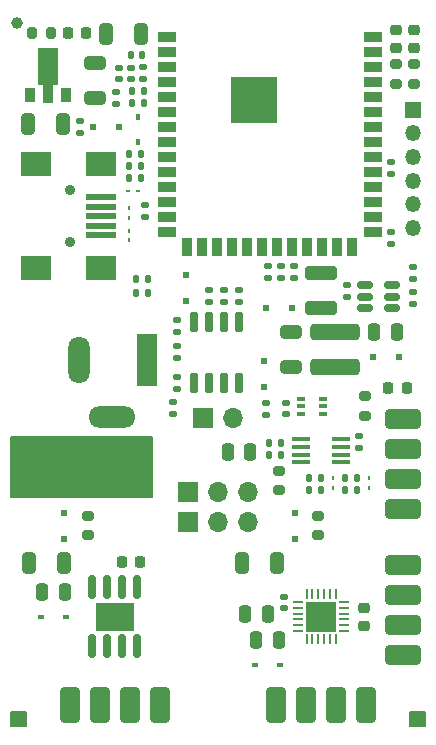
<source format=gbr>
%TF.GenerationSoftware,KiCad,Pcbnew,6.0.11-2627ca5db0~126~ubuntu22.04.1*%
%TF.CreationDate,2024-07-03T14:43:40+02:00*%
%TF.ProjectId,MCM-81339,4d434d2d-3831-4333-9339-2e6b69636164,rev?*%
%TF.SameCoordinates,Original*%
%TF.FileFunction,Soldermask,Top*%
%TF.FilePolarity,Negative*%
%FSLAX46Y46*%
G04 Gerber Fmt 4.6, Leading zero omitted, Abs format (unit mm)*
G04 Created by KiCad (PCBNEW 6.0.11-2627ca5db0~126~ubuntu22.04.1) date 2024-07-03 14:43:40*
%MOMM*%
%LPD*%
G01*
G04 APERTURE LIST*
G04 Aperture macros list*
%AMRoundRect*
0 Rectangle with rounded corners*
0 $1 Rounding radius*
0 $2 $3 $4 $5 $6 $7 $8 $9 X,Y pos of 4 corners*
0 Add a 4 corners polygon primitive as box body*
4,1,4,$2,$3,$4,$5,$6,$7,$8,$9,$2,$3,0*
0 Add four circle primitives for the rounded corners*
1,1,$1+$1,$2,$3*
1,1,$1+$1,$4,$5*
1,1,$1+$1,$6,$7*
1,1,$1+$1,$8,$9*
0 Add four rect primitives between the rounded corners*
20,1,$1+$1,$2,$3,$4,$5,0*
20,1,$1+$1,$4,$5,$6,$7,0*
20,1,$1+$1,$6,$7,$8,$9,0*
20,1,$1+$1,$8,$9,$2,$3,0*%
%AMFreePoly0*
4,1,9,3.862500,-0.866500,0.737500,-0.866500,0.737500,-0.450000,-0.737500,-0.450000,-0.737500,0.450000,0.737500,0.450000,0.737500,0.866500,3.862500,0.866500,3.862500,-0.866500,3.862500,-0.866500,$1*%
G04 Aperture macros list end*
%ADD10C,0.150000*%
%ADD11RoundRect,0.135000X-0.135000X-0.185000X0.135000X-0.185000X0.135000X0.185000X-0.135000X0.185000X0*%
%ADD12RoundRect,0.135000X0.135000X0.185000X-0.135000X0.185000X-0.135000X-0.185000X0.135000X-0.185000X0*%
%ADD13R,0.250000X0.360000*%
%ADD14RoundRect,0.140000X0.170000X-0.140000X0.170000X0.140000X-0.170000X0.140000X-0.170000X-0.140000X0*%
%ADD15RoundRect,0.150000X0.150000X-0.825000X0.150000X0.825000X-0.150000X0.825000X-0.150000X-0.825000X0*%
%ADD16R,3.300000X2.410000*%
%ADD17R,0.450000X0.600000*%
%ADD18RoundRect,0.135000X-0.185000X0.135000X-0.185000X-0.135000X0.185000X-0.135000X0.185000X0.135000X0*%
%ADD19RoundRect,0.250000X0.325000X0.650000X-0.325000X0.650000X-0.325000X-0.650000X0.325000X-0.650000X0*%
%ADD20RoundRect,0.200000X-0.275000X0.200000X-0.275000X-0.200000X0.275000X-0.200000X0.275000X0.200000X0*%
%ADD21R,0.600000X0.450000*%
%ADD22RoundRect,0.250000X0.250000X0.475000X-0.250000X0.475000X-0.250000X-0.475000X0.250000X-0.475000X0*%
%ADD23RoundRect,0.218750X-0.256250X0.218750X-0.256250X-0.218750X0.256250X-0.218750X0.256250X0.218750X0*%
%ADD24RoundRect,0.218750X0.218750X0.256250X-0.218750X0.256250X-0.218750X-0.256250X0.218750X-0.256250X0*%
%ADD25RoundRect,0.425000X-1.125000X-0.425000X1.125000X-0.425000X1.125000X0.425000X-1.125000X0.425000X0*%
%ADD26R,0.500000X0.500000*%
%ADD27R,1.700000X1.700000*%
%ADD28O,1.700000X1.700000*%
%ADD29R,1.350000X1.350000*%
%ADD30O,1.350000X1.350000*%
%ADD31RoundRect,0.140000X-0.140000X-0.170000X0.140000X-0.170000X0.140000X0.170000X-0.140000X0.170000X0*%
%ADD32RoundRect,0.250000X-0.250000X-0.475000X0.250000X-0.475000X0.250000X0.475000X-0.250000X0.475000X0*%
%ADD33C,1.000000*%
%ADD34RoundRect,0.140000X0.140000X0.170000X-0.140000X0.170000X-0.140000X-0.170000X0.140000X-0.170000X0*%
%ADD35R,0.900000X1.300000*%
%ADD36FreePoly0,90.000000*%
%ADD37RoundRect,0.135000X0.185000X-0.135000X0.185000X0.135000X-0.185000X0.135000X-0.185000X-0.135000X0*%
%ADD38RoundRect,0.200000X0.200000X0.275000X-0.200000X0.275000X-0.200000X-0.275000X0.200000X-0.275000X0*%
%ADD39C,1.200000*%
%ADD40R,1.500000X0.900000*%
%ADD41R,0.900000X1.500000*%
%ADD42R,4.000000X4.000000*%
%ADD43RoundRect,0.062500X0.062500X-0.350000X0.062500X0.350000X-0.062500X0.350000X-0.062500X-0.350000X0*%
%ADD44RoundRect,0.062500X0.350000X-0.062500X0.350000X0.062500X-0.350000X0.062500X-0.350000X-0.062500X0*%
%ADD45R,2.600000X2.600000*%
%ADD46RoundRect,0.425000X-0.425000X1.125000X-0.425000X-1.125000X0.425000X-1.125000X0.425000X1.125000X0*%
%ADD47RoundRect,0.150000X-0.150000X0.725000X-0.150000X-0.725000X0.150000X-0.725000X0.150000X0.725000X0*%
%ADD48RoundRect,0.225000X-0.225000X-0.250000X0.225000X-0.250000X0.225000X0.250000X-0.225000X0.250000X0*%
%ADD49C,0.900000*%
%ADD50R,2.500000X0.500000*%
%ADD51R,2.500000X2.000000*%
%ADD52R,0.360000X0.250000*%
%ADD53RoundRect,0.250000X0.650000X-0.325000X0.650000X0.325000X-0.650000X0.325000X-0.650000X-0.325000X0*%
%ADD54RoundRect,0.140000X-0.170000X0.140000X-0.170000X-0.140000X0.170000X-0.140000X0.170000X0.140000X0*%
%ADD55R,0.650000X0.400000*%
%ADD56RoundRect,0.225000X-0.250000X0.225000X-0.250000X-0.225000X0.250000X-0.225000X0.250000X0.225000X0*%
%ADD57RoundRect,0.350000X-1.750000X-0.350000X1.750000X-0.350000X1.750000X0.350000X-1.750000X0.350000X0*%
%ADD58RoundRect,0.150000X0.512500X0.150000X-0.512500X0.150000X-0.512500X-0.150000X0.512500X-0.150000X0*%
%ADD59R,1.600000X0.300000*%
%ADD60R,1.800000X4.400000*%
%ADD61O,1.800000X4.000000*%
%ADD62O,4.000000X1.800000*%
%ADD63RoundRect,0.250000X1.100000X-0.325000X1.100000X0.325000X-1.100000X0.325000X-1.100000X-0.325000X0*%
G04 APERTURE END LIST*
D10*
X61000000Y-103050000D02*
X62250000Y-103050000D01*
X62250000Y-103050000D02*
X62250000Y-104300000D01*
X62250000Y-104300000D02*
X61000000Y-104300000D01*
X61000000Y-104300000D02*
X61000000Y-103050000D01*
G36*
X61000000Y-103050000D02*
G01*
X62250000Y-103050000D01*
X62250000Y-104300000D01*
X61000000Y-104300000D01*
X61000000Y-103050000D01*
G37*
X94750000Y-103050000D02*
X96000000Y-103050000D01*
X96000000Y-103050000D02*
X96000000Y-104300000D01*
X96000000Y-104300000D02*
X94750000Y-104300000D01*
X94750000Y-104300000D02*
X94750000Y-103050000D01*
G36*
X94750000Y-103050000D02*
G01*
X96000000Y-103050000D01*
X96000000Y-104300000D01*
X94750000Y-104300000D01*
X94750000Y-103050000D01*
G37*
X61000000Y-79800000D02*
X72900000Y-79800000D01*
X72900000Y-79800000D02*
X72900000Y-84900000D01*
X72900000Y-84900000D02*
X61000000Y-84900000D01*
X61000000Y-84900000D02*
X61000000Y-79800000D01*
G36*
X61000000Y-79800000D02*
G01*
X72900000Y-79800000D01*
X72900000Y-84900000D01*
X61000000Y-84900000D01*
X61000000Y-79800000D01*
G37*
D11*
%TO.C,R30*%
X89240000Y-84300000D03*
X90260000Y-84300000D03*
%TD*%
%TO.C,R28*%
X86240000Y-84300000D03*
X87260000Y-84300000D03*
%TD*%
D12*
%TO.C,R16*%
X90260000Y-83250000D03*
X89240000Y-83250000D03*
%TD*%
%TO.C,R15*%
X87260000Y-83250000D03*
X86240000Y-83250000D03*
%TD*%
D13*
%TO.C,D19*%
X88250000Y-83280000D03*
X88250000Y-84120000D03*
%TD*%
%TO.C,D18*%
X91250000Y-83280000D03*
X91250000Y-84120000D03*
%TD*%
D14*
%TO.C,C8*%
X90478200Y-80693000D03*
X90478200Y-79733000D03*
%TD*%
D15*
%TO.C,U8*%
X67845000Y-97475000D03*
X69115000Y-97475000D03*
X70385000Y-97475000D03*
X71655000Y-97475000D03*
X71655000Y-92525000D03*
X70385000Y-92525000D03*
X69115000Y-92525000D03*
X67845000Y-92525000D03*
D16*
X69750000Y-95000000D03*
%TD*%
D17*
%TO.C,D4*%
X71729600Y-52696400D03*
X71729600Y-54796400D03*
%TD*%
D18*
%TO.C,R4*%
X94996000Y-67490000D03*
X94996000Y-68510000D03*
%TD*%
D19*
%TO.C,C21*%
X83475000Y-90500000D03*
X80525000Y-90500000D03*
%TD*%
D20*
%TO.C,R18*%
X83667600Y-82639400D03*
X83667600Y-84289400D03*
%TD*%
D21*
%TO.C,D17*%
X63542200Y-95021400D03*
X65642200Y-95021400D03*
%TD*%
D22*
%TO.C,C23*%
X83627000Y-97002600D03*
X81727000Y-97002600D03*
%TD*%
D23*
%TO.C,D10*%
X93573600Y-45312500D03*
X93573600Y-46887500D03*
%TD*%
D24*
%TO.C,D1*%
X67360900Y-45593000D03*
X65785900Y-45593000D03*
%TD*%
D18*
%TO.C,R3*%
X93167200Y-56538400D03*
X93167200Y-57558400D03*
%TD*%
D12*
%TO.C,R24*%
X72610000Y-67600000D03*
X71590000Y-67600000D03*
%TD*%
D25*
%TO.C,J1*%
X94200000Y-98300000D03*
X94200000Y-95760000D03*
X94200000Y-93220000D03*
X94200000Y-90680000D03*
%TD*%
D26*
%TO.C,D15*%
X65500000Y-88400000D03*
X65500000Y-86200000D03*
%TD*%
D18*
%TO.C,R27*%
X72364600Y-60119800D03*
X72364600Y-61139800D03*
%TD*%
D20*
%TO.C,R29*%
X87000000Y-86475000D03*
X87000000Y-88125000D03*
%TD*%
D11*
%TO.C,R20*%
X82808000Y-80340000D03*
X83828000Y-80340000D03*
%TD*%
D27*
%TO.C,J6*%
X75960000Y-84460000D03*
D28*
X78500000Y-84460000D03*
X81040000Y-84460000D03*
%TD*%
D25*
%TO.C,J4*%
X94200000Y-78300000D03*
X94200000Y-80840000D03*
X94200000Y-83380000D03*
X94200000Y-85920000D03*
%TD*%
D26*
%TO.C,D9*%
X84800000Y-68850000D03*
X82600000Y-68850000D03*
%TD*%
D29*
%TO.C,J3*%
X95000000Y-52100000D03*
D30*
X95000000Y-54100000D03*
X95000000Y-56100000D03*
X95000000Y-58100000D03*
X95000000Y-60100000D03*
X95000000Y-62100000D03*
%TD*%
D31*
%TO.C,C4*%
X70995600Y-55880000D03*
X71955600Y-55880000D03*
%TD*%
D32*
%TO.C,C18*%
X79350000Y-81100000D03*
X81250000Y-81100000D03*
%TD*%
D18*
%TO.C,R13*%
X93167200Y-62482000D03*
X93167200Y-63502000D03*
%TD*%
D14*
%TO.C,C17*%
X70104000Y-49502000D03*
X70104000Y-48542000D03*
%TD*%
D11*
%TO.C,R25*%
X71590000Y-66450000D03*
X72610000Y-66450000D03*
%TD*%
D33*
%TO.C,FID1*%
X61518800Y-44754800D03*
%TD*%
D34*
%TO.C,C13*%
X72108000Y-47490000D03*
X71148000Y-47490000D03*
%TD*%
D35*
%TO.C,U1*%
X62609600Y-50875200D03*
D36*
X64109600Y-50787700D03*
D35*
X65609600Y-50875200D03*
%TD*%
D37*
%TO.C,R22*%
X74701400Y-77853000D03*
X74701400Y-76833000D03*
%TD*%
D26*
%TO.C,D14*%
X85000000Y-88400000D03*
X85000000Y-86200000D03*
%TD*%
D38*
%TO.C,R1*%
X64375800Y-45600000D03*
X62725800Y-45600000D03*
%TD*%
D39*
%TO.C,FID2*%
X95400000Y-103700000D03*
%TD*%
D40*
%TO.C,U5*%
X74150000Y-45958000D03*
X74150000Y-47228000D03*
X74150000Y-48498000D03*
X74150000Y-49768000D03*
X74150000Y-51038000D03*
X74150000Y-52308000D03*
X74150000Y-53578000D03*
X74150000Y-54848000D03*
X74150000Y-56118000D03*
X74150000Y-57388000D03*
X74150000Y-58658000D03*
X74150000Y-59928000D03*
X74150000Y-61198000D03*
X74150000Y-62468000D03*
D41*
X75915000Y-63718000D03*
X77185000Y-63718000D03*
X78455000Y-63718000D03*
X79725000Y-63718000D03*
X80995000Y-63718000D03*
X82265000Y-63718000D03*
X83535000Y-63718000D03*
X84805000Y-63718000D03*
X86075000Y-63718000D03*
X87345000Y-63718000D03*
X88615000Y-63718000D03*
X89885000Y-63718000D03*
D40*
X91650000Y-62468000D03*
X91650000Y-61198000D03*
X91650000Y-59928000D03*
X91650000Y-58658000D03*
X91650000Y-57388000D03*
X91650000Y-56118000D03*
X91650000Y-54848000D03*
X91650000Y-53578000D03*
X91650000Y-52308000D03*
X91650000Y-51038000D03*
X91650000Y-49768000D03*
X91650000Y-48498000D03*
X91650000Y-47228000D03*
X91650000Y-45958000D03*
D42*
X81540000Y-51308000D03*
%TD*%
D18*
%TO.C,R11*%
X72136000Y-48512000D03*
X72136000Y-49532000D03*
%TD*%
D26*
%TO.C,D5*%
X75800000Y-66050000D03*
X75800000Y-68250000D03*
%TD*%
D43*
%TO.C,U7*%
X86000000Y-96937500D03*
X86500000Y-96937500D03*
X87000000Y-96937500D03*
X87500000Y-96937500D03*
X88000000Y-96937500D03*
X88500000Y-96937500D03*
D44*
X89187500Y-96250000D03*
X89187500Y-95750000D03*
X89187500Y-95250000D03*
X89187500Y-94750000D03*
X89187500Y-94250000D03*
X89187500Y-93750000D03*
D43*
X88500000Y-93062500D03*
X88000000Y-93062500D03*
X87500000Y-93062500D03*
X87000000Y-93062500D03*
X86500000Y-93062500D03*
X86000000Y-93062500D03*
D44*
X85312500Y-93750000D03*
X85312500Y-94250000D03*
X85312500Y-94750000D03*
X85312500Y-95250000D03*
X85312500Y-95750000D03*
X85312500Y-96250000D03*
D45*
X87250000Y-95000000D03*
%TD*%
D46*
%TO.C,J8*%
X91060000Y-102500000D03*
X88520000Y-102500000D03*
X85980000Y-102500000D03*
X83440000Y-102500000D03*
%TD*%
D27*
%TO.C,J7*%
X75960000Y-87000000D03*
D28*
X78500000Y-87000000D03*
X81040000Y-87000000D03*
%TD*%
D34*
%TO.C,C5*%
X83798000Y-81356000D03*
X82838000Y-81356000D03*
%TD*%
D19*
%TO.C,C15*%
X71985400Y-45720000D03*
X69035400Y-45720000D03*
%TD*%
D20*
%TO.C,R17*%
X95100000Y-48260000D03*
X95100000Y-49910000D03*
%TD*%
D18*
%TO.C,R10*%
X75031600Y-72085200D03*
X75031600Y-73105200D03*
%TD*%
D27*
%TO.C,J2*%
X77230000Y-78227102D03*
D28*
X79770000Y-78227102D03*
%TD*%
D18*
%TO.C,R33*%
X83800000Y-65340000D03*
X83800000Y-66360000D03*
%TD*%
D21*
%TO.C,D16*%
X81662600Y-99110800D03*
X83762600Y-99110800D03*
%TD*%
D18*
%TO.C,R21*%
X82600000Y-76890000D03*
X82600000Y-77910000D03*
%TD*%
D26*
%TO.C,D3*%
X82372200Y-75572800D03*
X82372200Y-73372800D03*
%TD*%
D18*
%TO.C,R32*%
X82700000Y-65340000D03*
X82700000Y-66360000D03*
%TD*%
%TO.C,R8*%
X79044800Y-67331400D03*
X79044800Y-68351400D03*
%TD*%
D26*
%TO.C,D2*%
X91610000Y-73001200D03*
X93810000Y-73001200D03*
%TD*%
D14*
%TO.C,C2*%
X69850000Y-51584800D03*
X69850000Y-50624800D03*
%TD*%
D31*
%TO.C,C11*%
X70995600Y-56896000D03*
X71955600Y-56896000D03*
%TD*%
D37*
%TO.C,R23*%
X75031600Y-75770200D03*
X75031600Y-74750200D03*
%TD*%
D18*
%TO.C,R5*%
X94996000Y-65390000D03*
X94996000Y-66410000D03*
%TD*%
D22*
%TO.C,C7*%
X93650000Y-70900000D03*
X91750000Y-70900000D03*
%TD*%
D47*
%TO.C,U4*%
X80289400Y-70094400D03*
X79019400Y-70094400D03*
X77749400Y-70094400D03*
X76479400Y-70094400D03*
X76479400Y-75244400D03*
X77749400Y-75244400D03*
X79019400Y-75244400D03*
X80289400Y-75244400D03*
%TD*%
D48*
%TO.C,C27*%
X70370400Y-90398600D03*
X71920400Y-90398600D03*
%TD*%
D39*
%TO.C,FID3*%
X61600000Y-103700000D03*
%TD*%
D23*
%TO.C,D7*%
X95100000Y-45312500D03*
X95100000Y-46887500D03*
%TD*%
D49*
%TO.C,J5*%
X66000000Y-58900000D03*
X66000000Y-63300000D03*
D50*
X68600000Y-59500000D03*
X68600000Y-60300000D03*
X68600000Y-61100000D03*
X68600000Y-61900000D03*
X68600000Y-62700000D03*
D51*
X68600000Y-65500000D03*
X63100000Y-65500000D03*
X68600000Y-56700000D03*
X63100000Y-56700000D03*
%TD*%
D18*
%TO.C,R7*%
X80294800Y-67331400D03*
X80294800Y-68351400D03*
%TD*%
%TO.C,R9*%
X75031600Y-69898298D03*
X75031600Y-70918298D03*
%TD*%
D19*
%TO.C,C9*%
X65381400Y-53340000D03*
X62431400Y-53340000D03*
%TD*%
D52*
%TO.C,D13*%
X70852400Y-58978800D03*
X71692400Y-58978800D03*
%TD*%
D53*
%TO.C,C3*%
X68122800Y-51106600D03*
X68122800Y-48156600D03*
%TD*%
D46*
%TO.C,J9*%
X73560000Y-102500000D03*
X71020000Y-102500000D03*
X68480000Y-102500000D03*
X65940000Y-102500000D03*
%TD*%
D54*
%TO.C,C6*%
X66852800Y-53063200D03*
X66852800Y-54023200D03*
%TD*%
D55*
%TO.C,U6*%
X85501400Y-76551000D03*
X85501400Y-77201000D03*
X85501400Y-77851000D03*
X87401400Y-77851000D03*
X87401400Y-77201000D03*
X87401400Y-76551000D03*
%TD*%
D18*
%TO.C,R12*%
X77744800Y-67344298D03*
X77744800Y-68364298D03*
%TD*%
D12*
%TO.C,R6*%
X72239600Y-51562000D03*
X71219600Y-51562000D03*
%TD*%
D18*
%TO.C,R34*%
X84900000Y-65340000D03*
X84900000Y-66360000D03*
%TD*%
D56*
%TO.C,C22*%
X90880000Y-94265000D03*
X90880000Y-95815000D03*
%TD*%
D13*
%TO.C,D11*%
X70993000Y-62318000D03*
X70993000Y-63158000D03*
%TD*%
D20*
%TO.C,R19*%
X93573600Y-48260000D03*
X93573600Y-49910000D03*
%TD*%
D57*
%TO.C,L1*%
X88417400Y-70900000D03*
X88417400Y-73900000D03*
%TD*%
D34*
%TO.C,C12*%
X72209600Y-50546000D03*
X71249600Y-50546000D03*
%TD*%
D13*
%TO.C,D12*%
X70993000Y-61278400D03*
X70993000Y-60438400D03*
%TD*%
D24*
%TO.C,D6*%
X94467500Y-75630000D03*
X92892500Y-75630000D03*
%TD*%
D14*
%TO.C,C25*%
X84074000Y-94307600D03*
X84074000Y-93347600D03*
%TD*%
D18*
%TO.C,R2*%
X89408000Y-66903200D03*
X89408000Y-67923200D03*
%TD*%
D58*
%TO.C,U2*%
X93212500Y-68871200D03*
X93212500Y-67921200D03*
X93212500Y-66971200D03*
X90937500Y-66971200D03*
X90937500Y-67921200D03*
X90937500Y-68871200D03*
%TD*%
D53*
%TO.C,C10*%
X84709000Y-73865000D03*
X84709000Y-70915000D03*
%TD*%
D22*
%TO.C,C28*%
X65516800Y-92900000D03*
X63616800Y-92900000D03*
%TD*%
D20*
%TO.C,R31*%
X67500000Y-86475000D03*
X67500000Y-88125000D03*
%TD*%
D59*
%TO.C,U3*%
X88927000Y-81950000D03*
X88927000Y-81300000D03*
X88927000Y-80650000D03*
X88927000Y-80000000D03*
X85527000Y-80000000D03*
X85527000Y-80650000D03*
X85527000Y-81300000D03*
X85527000Y-81950000D03*
%TD*%
D11*
%TO.C,R26*%
X70965600Y-57912000D03*
X71985600Y-57912000D03*
%TD*%
D54*
%TO.C,C16*%
X71120000Y-48542000D03*
X71120000Y-49502000D03*
%TD*%
%TO.C,C14*%
X84301400Y-76921000D03*
X84301400Y-77881000D03*
%TD*%
D60*
%TO.C,J10*%
X72500000Y-73300000D03*
D61*
X66700000Y-73300000D03*
D62*
X69500000Y-78100000D03*
%TD*%
D26*
%TO.C,D8*%
X67937200Y-53543200D03*
X70137200Y-53543200D03*
%TD*%
D20*
%TO.C,R14*%
X90960000Y-76355000D03*
X90960000Y-78005000D03*
%TD*%
D63*
%TO.C,C1*%
X87200000Y-68875000D03*
X87200000Y-65925000D03*
%TD*%
D22*
%TO.C,C24*%
X82727800Y-94818200D03*
X80827800Y-94818200D03*
%TD*%
D19*
%TO.C,C26*%
X65475000Y-90500000D03*
X62525000Y-90500000D03*
%TD*%
M02*

</source>
